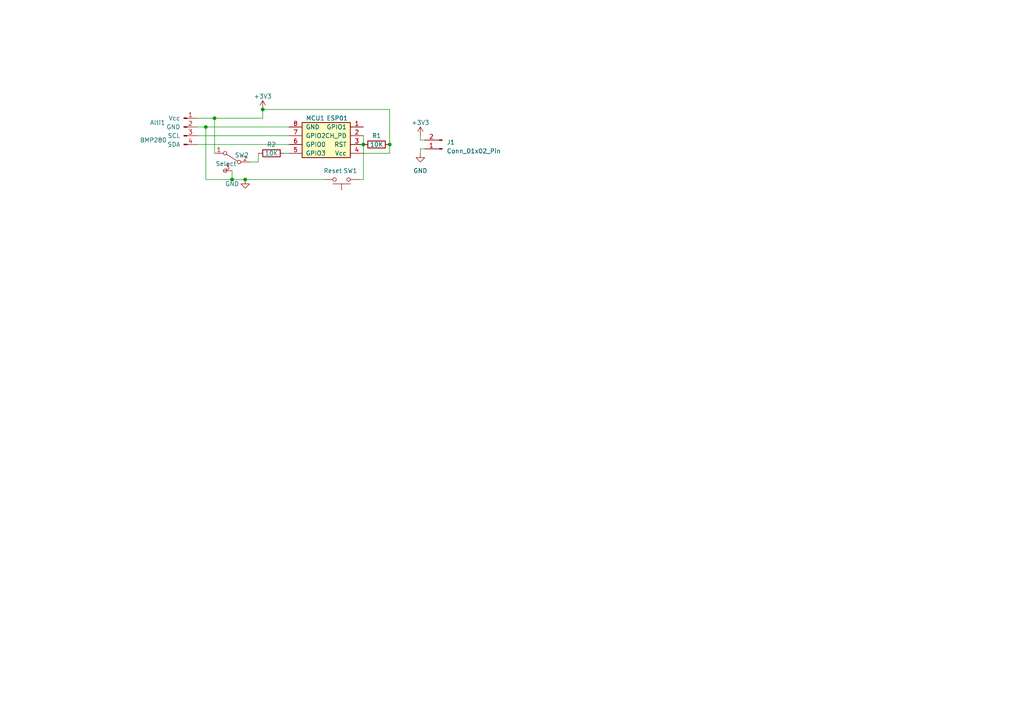
<source format=kicad_sch>
(kicad_sch (version 20230121) (generator eeschema)
  (paper "A4")
  (lib_symbols
    (symbol "Connector:Conn_01x02_Pin" (pin_names (offset 1.016) hide)
      (property "Reference" "J" (at 0 2.54 0))
      (property "Value" "Conn_01x02_Pin" (at 0 -5.08 0))
      (symbol "Conn_01x02_Pin_1_1"
        (polyline (pts (xy 1.27 -2.54) (xy 0.8636 -2.54)) (stroke (width 0.1524)))
        (polyline (pts (xy 1.27 0) (xy 0.8636 0)) (stroke (width 0.1524)))
        (rectangle (start 0.8636 -2.413) (end 0 -2.667) (stroke (width 0.1524)) (fill (type outline)))
        (rectangle (start 0.8636 0.127) (end 0 -0.127) (stroke (width 0.1524)) (fill (type outline)))
        (pin passive line (at 5.08 0 180) (length 3.81) (name "Pin_1") (number "1"))
        (pin passive line (at 5.08 -2.54 180) (length 3.81) (name "Pin_2") (number "2"))
      )
    )
    (symbol "Connector:Conn_01x06_Pin" (pin_names (offset 1.016))
      (property "Reference" "Alti1" (at -7.62 3.81 0))
      (property "Value" "BMP280" (at -8.89 -1.27 0))
      (symbol "Conn_01x06_Pin_1_1"
        (polyline (pts (xy 1.27 -2.54) (xy 0.8636 -2.54)) (stroke (width 0.1524)))
        (polyline (pts (xy 1.27 0) (xy 0.8636 0)) (stroke (width 0.1524)))
        (polyline (pts (xy 1.27 2.54) (xy 0.8636 2.54)) (stroke (width 0.1524)))
        (polyline (pts (xy 1.27 5.08) (xy 0.8636 5.08)) (stroke (width 0.1524)))
        (rectangle (start 0 2.667) (end 0.8636 2.413) (stroke (width 0.1524)) (fill (type outline)))
        (rectangle (start 0.8636 -2.413) (end 0 -2.667) (stroke (width 0.1524)) (fill (type outline)))
        (rectangle (start 0.8636 0.127) (end 0 -0.127) (stroke (width 0.1524)) (fill (type outline)))
        (rectangle (start 0.8636 5.207) (end 0 4.953) (stroke (width 0.1524)) (fill (type outline)))
        (pin power_in line (at 3.81 5.08 180) (length 3.81) (name "Vcc") (number "1"))
        (pin power_in line (at 3.81 2.54 180) (length 3.81) (name "GND") (number "2"))
        (pin input line (at 3.81 0 180) (length 3.81) (name "SCL") (number "3"))
        (pin bidirectional line (at 3.81 -2.54 180) (length 3.81) (name "SDA") (number "4"))
      )
    )
    (symbol "Connector_Generic:Conn_02x04_Counter_Clockwise" (pin_names (offset 1.016))
      (property "Reference" "MCU1" (at -2.54 5.08 0))
      (property "Value" "ESP01" (at -8.89 5.08 0))
      (symbol "Conn_02x04_Counter_Clockwise_1_1"
        (rectangle (start -1.27 3.81) (end 12.7 -6.35) (stroke (width 0.254)) (fill (type background)))
        (pin bidirectional line (at -5.08 2.54 0) (length 3.81) (name "GPIO1") (number "1"))
        (pin input line (at -5.08 0 0) (length 3.81) (name "CH_PD") (number "2"))
        (pin input line (at -5.08 -2.54 0) (length 3.81) (name "RST") (number "3"))
        (pin power_in line (at -5.08 -5.08 0) (length 3.81) (name "Vcc") (number "4"))
        (pin bidirectional line (at 16.51 -5.08 180) (length 3.81) (name "GPIO3") (number "5"))
        (pin bidirectional line (at 16.51 -2.54 180) (length 3.81) (name "GPIO0") (number "6"))
        (pin bidirectional line (at 16.51 0 180) (length 3.81) (name "GPIO2") (number "7"))
        (pin power_in line (at 16.51 2.54 180) (length 3.81) (name "GND") (number "8"))
      )
    )
    (symbol "Device:R" (pin_numbers hide) (pin_names (offset 0))
      (property "Reference" "R" (at 2.032 0 90))
      (property "Value" "R" (at 0 0 90))
      (symbol "R_0_1"
        (rectangle (start -1.016 -2.54) (end 1.016 2.54) (stroke (width 0.254)))
      )
      (symbol "R_1_1"
        (pin passive line (at 0 3.81 270) (length 1.27) (name "~") (number "1"))
        (pin passive line (at 0 -3.81 90) (length 1.27) (name "~") (number "2"))
      )
    )
    (symbol "Switch:SW_Push" (pin_numbers hide) (pin_names (offset 1.016) hide)
      (property "Reference" "SW" (at 1.27 2.54 0))
      (property "Value" "SW_Push" (at 0 -1.524 0))
      (symbol "SW_Push_0_1"
        (circle (center -2.032 0) (radius 0.508))
        (polyline (pts (xy 0 1.27) (xy 0 3.048)))
        (polyline (pts (xy 2.54 1.27) (xy -2.54 1.27)))
        (circle (center 2.032 0) (radius 0.508))
        (pin passive line (at -5.08 0 0) (length 2.54) (name "1") (number "1"))
        (pin passive line (at 5.08 0 180) (length 2.54) (name "2") (number "2"))
      )
    )
    (symbol "Switch:SW_SPDT" (pin_names (offset 0) hide)
      (property "Reference" "SW2" (at 0 6.35 0))
      (property "Value" "SW_SPDT" (at 0 3.81 0))
      (symbol "SW_SPDT_0_0"
        (circle (center -2.032 0) (radius 0.508))
        (circle (center 2.032 -2.54) (radius 0.508))
      )
      (symbol "SW_SPDT_0_1"
        (polyline (pts (xy -1.524 0.254) (xy 1.651 2.286)))
        (circle (center 2.032 2.54) (radius 0.508))
      )
      (symbol "SW_SPDT_1_1"
        (pin passive line (at 5.08 2.54 180) (length 2.54) (name "A") (number "1"))
        (pin passive line (at -5.08 0 0) (length 2.54) (name "B") (number "2"))
        (pin passive line (at 0 -2.54 0) (length 2.54) (name "C") (number "3"))
      )
    )
    (symbol "power:+3V3" (power) (pin_names (offset 0))
      (property "Value" "+3V3" (at 0 3.556 0))
      (symbol "+3V3_0_1"
        (polyline (pts (xy -0.762 1.27) (xy 0 2.54)))
        (polyline (pts (xy 0 0) (xy 0 2.54)))
        (polyline (pts (xy 0 2.54) (xy 0.762 1.27)))
      )
      (symbol "+3V3_1_1"
        (pin power_in line (at 0 0 90) (length 0) hide (name "+3V3") (number "1"))
      )
    )
    (symbol "power:GND" (power) (pin_names (offset 0))
      (property "Value" "GND" (at 0 -3.81 0))
      (symbol "GND_0_1"
        (polyline (pts (xy 0 0) (xy 0 -1.27) (xy 1.27 -1.27) (xy 0 -2.54) (xy -1.27 -1.27) (xy 0 -1.27)))
      )
      (symbol "GND_1_1"
        (pin power_in line (at 0 0 270) (length 0) hide (name "GND") (number "1"))
      )
    )
  )
  (junction (at 105.41 41.91))
  (junction (at 62.23 34.29))
  (junction (at 71.12 52.07))
  (junction (at 59.69 36.83))
  (junction (at 76.2 31.75))
  (junction (at 113.03 41.91))
  (junction (at 67.31 52.07))
  (wire (pts (xy 71.12 52.07) (xy 93.98 52.07)))
  (wire (pts (xy 57.15 41.91) (xy 83.82 41.91)))
  (wire (pts (xy 57.15 36.83) (xy 59.69 36.83)))
  (wire (pts (xy 67.31 52.07) (xy 71.12 52.07)))
  (wire (pts (xy 104.14 52.07) (xy 105.41 52.07)))
  (wire (pts (xy 59.69 52.07) (xy 67.31 52.07)))
  (wire (pts (xy 62.23 34.29) (xy 62.23 44.45)))
  (wire (pts (xy 105.41 41.91) (xy 105.41 52.07)))
  (wire (pts (xy 113.03 41.91) (xy 113.03 44.45)))
  (wire (pts (xy 76.2 31.75) (xy 76.2 34.29)))
  (wire (pts (xy 62.23 34.29) (xy 76.2 34.29)))
  (wire (pts (xy 121.92 43.18) (xy 123.19 43.18)))
  (wire (pts (xy 76.2 31.75) (xy 113.03 31.75)))
  (wire (pts (xy 121.92 40.64) (xy 123.19 40.64)))
  (wire (pts (xy 121.92 44.45) (xy 121.92 43.18)))
  (wire (pts (xy 59.69 36.83) (xy 83.82 36.83)))
  (wire (pts (xy 57.15 34.29) (xy 62.23 34.29)))
  (wire (pts (xy 121.92 39.37) (xy 121.92 40.64)))
  (wire (pts (xy 113.03 31.75) (xy 113.03 41.91)))
  (wire (pts (xy 72.39 46.99) (xy 74.93 46.99)))
  (wire (pts (xy 67.31 49.53) (xy 67.31 52.07)))
  (wire (pts (xy 82.55 44.45) (xy 83.82 44.45)))
  (wire (pts (xy 59.69 36.83) (xy 59.69 52.07)))
  (wire (pts (xy 105.41 44.45) (xy 113.03 44.45)))
  (wire (pts (xy 57.15 39.37) (xy 83.82 39.37)))
  (wire (pts (xy 74.93 46.99) (xy 74.93 44.45)))
  (wire (pts (xy 105.41 39.37) (xy 105.41 41.91)))
  (symbol (lib_id "Connector:Conn_01x02_Pin") (at 128.27 43.18 180) (unit 1)
    (property "Reference" "J1" (at 129.54 41.275 0) (effects (justify right)))
    (property "Value" "Conn_01x02_Pin" (at 129.54 43.815 0) (effects (justify right)))
    (property "Footprint" "Connector_JST:JST_PH_S2B-PH-K_1x02_P2.00mm_Horizontal" (effects hide))
  )
  (symbol (lib_id "power:+3V3") (at 76.2 31.75 0) (unit 1)
    (property "Reference" "#PWR02" (effects hide))
    (property "Value" "+3V3" (at 76.2 27.94 0))
  )
  (symbol (lib_id "Device:R") (at 109.22 41.91 270) (unit 1)
    (property "Reference" "R1" (at 109.22 39.37 90))
    (property "Value" "10K" (at 109.22 41.91 90))
    (property "Footprint" "Resistor_THT:R_Axial_DIN0204_L3.6mm_D1.6mm_P7.62mm_Horizontal" (effects hide))
  )
  (symbol (lib_id "power:GND") (at 71.12 52.07 0) (unit 1)
    (property "Reference" "#PWR01" (effects hide))
    (property "Value" "GND" (at 67.31 53.34 0))
  )
  (symbol (lib_id "Switch:SW_SPDT") (at 67.31 46.99 0) (mirror y) (unit 1)
    (property "Reference" "SW2" (at 70.1257 45.0039 0))
    (property "Value" "Select" (at 65.5499 47.4989 0))
    (property "Footprint" "Hackspace:3_pin_toggle_switch" (effects hide))
  )
  (symbol (lib_id "Connector:Conn_01x06_Pin") (at 53.34 39.37 0) (unit 1)
    (property "Reference" "Alti1" (at 45.72 35.56 0))
    (property "Value" "BMP280" (at 44.45 40.64 0))
    (property "Footprint" "Connector_PinHeader_2.54mm:PinHeader_1x04_P2.54mm_Vertical" (effects hide))
  )
  (symbol (lib_id "power:GND") (at 121.92 44.45 0) (unit 1)
    (property "Reference" "#PWR03" (effects hide))
    (property "Value" "GND" (at 121.92 49.53 0))
  )
  (symbol (lib_id "Switch:SW_Push") (at 99.06 52.07 180) (unit 1)
    (property "Reference" "SW1" (at 101.6 49.53 0))
    (property "Value" "Reset" (at 96.52 49.53 0))
    (property "Footprint" "Button_Switch_THT:SW_PUSH_6mm" (effects hide))
  )
  (symbol (lib_id "Device:R") (at 78.74 44.45 270) (unit 1)
    (property "Reference" "R2" (at 78.74 41.91 90))
    (property "Value" "10K" (at 78.74 44.45 90))
    (property "Footprint" "Resistor_THT:R_Axial_DIN0204_L3.6mm_D1.6mm_P7.62mm_Horizontal" (effects hide))
  )
  (symbol (lib_id "Connector_Generic:Conn_02x04_Counter_Clockwise") (at 100.33 39.37 0) (mirror y) (unit 1)
    (property "Reference" "MCU1" (at 91.44 34.29 0))
    (property "Value" "ESP01" (at 97.79 34.29 0))
    (property "Footprint" "Connector_PinHeader_2.54mm:PinHeader_2x04_P2.54mm_Vertical" (effects hide))
  )
  (symbol (lib_id "power:+3V3") (at 121.92 39.37 0) (unit 1)
    (property "Reference" "#PWR04" (effects hide))
    (property "Value" "+3V3" (at 121.92 35.56 0))
  )
)
</source>
